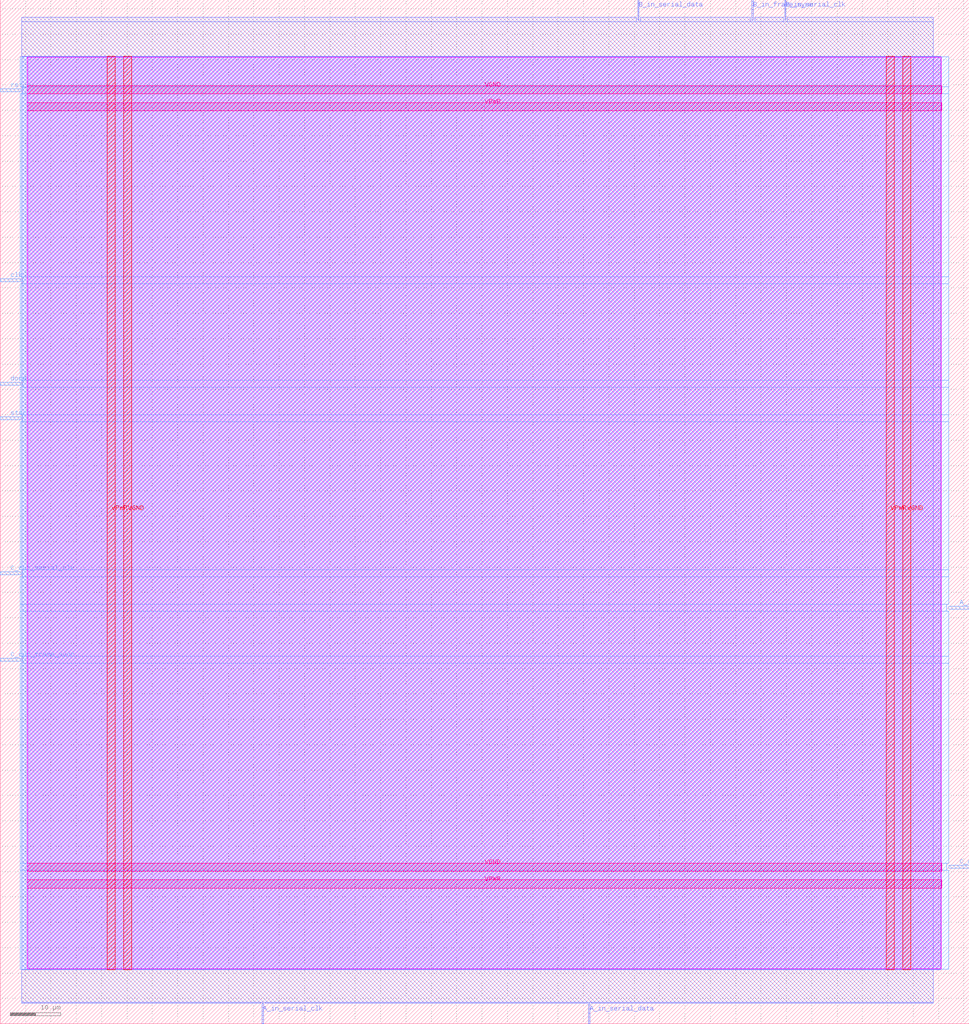
<source format=lef>
VERSION 5.7 ;
  NOWIREEXTENSIONATPIN ON ;
  DIVIDERCHAR "/" ;
  BUSBITCHARS "[]" ;
MACRO Systolic4x4_serial_io
  CLASS BLOCK ;
  FOREIGN Systolic4x4_serial_io ;
  ORIGIN 0.000 0.000 ;
  SIZE 191.040 BY 201.760 ;
  PIN A_in_frame_sync
    DIRECTION INPUT ;
    USE SIGNAL ;
    ANTENNAGATEAREA 0.213000 ;
    PORT
      LAYER met3 ;
        RECT 187.040 81.640 191.040 82.240 ;
    END
  END A_in_frame_sync
  PIN A_in_serial_clk
    DIRECTION INPUT ;
    USE SIGNAL ;
    ANTENNAGATEAREA 0.852000 ;
    PORT
      LAYER met2 ;
        RECT 51.610 0.000 51.890 4.000 ;
    END
  END A_in_serial_clk
  PIN A_in_serial_data
    DIRECTION INPUT ;
    USE SIGNAL ;
    ANTENNAGATEAREA 0.196500 ;
    PORT
      LAYER met2 ;
        RECT 116.010 0.000 116.290 4.000 ;
    END
  END A_in_serial_data
  PIN B_in_frame_sync
    DIRECTION INPUT ;
    USE SIGNAL ;
    ANTENNAGATEAREA 0.126000 ;
    PORT
      LAYER met2 ;
        RECT 148.210 197.760 148.490 201.760 ;
    END
  END B_in_frame_sync
  PIN B_in_serial_clk
    DIRECTION INPUT ;
    USE SIGNAL ;
    ANTENNAGATEAREA 0.852000 ;
    PORT
      LAYER met2 ;
        RECT 154.650 197.760 154.930 201.760 ;
    END
  END B_in_serial_clk
  PIN B_in_serial_data
    DIRECTION INPUT ;
    USE SIGNAL ;
    ANTENNAGATEAREA 0.196500 ;
    PORT
      LAYER met2 ;
        RECT 125.670 197.760 125.950 201.760 ;
    END
  END B_in_serial_data
  PIN C_out_frame_sync
    DIRECTION OUTPUT ;
    USE SIGNAL ;
    ANTENNADIFFAREA 0.340600 ;
    PORT
      LAYER met3 ;
        RECT 0.000 71.440 4.000 72.040 ;
    END
  END C_out_frame_sync
  PIN C_out_serial_clk
    DIRECTION OUTPUT ;
    USE SIGNAL ;
    ANTENNADIFFAREA 0.340600 ;
    PORT
      LAYER met3 ;
        RECT 0.000 88.440 4.000 89.040 ;
    END
  END C_out_serial_clk
  PIN C_out_serial_data
    DIRECTION OUTPUT ;
    USE SIGNAL ;
    PORT
      LAYER met3 ;
        RECT 187.040 30.640 191.040 31.240 ;
    END
  END C_out_serial_data
  PIN VGND
    DIRECTION INOUT ;
    USE GROUND ;
    PORT
      LAYER met4 ;
        RECT 24.340 10.640 25.940 190.640 ;
    END
    PORT
      LAYER met4 ;
        RECT 177.940 10.640 179.540 190.640 ;
    END
    PORT
      LAYER met5 ;
        RECT 5.280 30.030 185.620 31.630 ;
    END
    PORT
      LAYER met5 ;
        RECT 5.280 183.210 185.620 184.810 ;
    END
  END VGND
  PIN VPWR
    DIRECTION INOUT ;
    USE POWER ;
    PORT
      LAYER met4 ;
        RECT 21.040 10.640 22.640 190.640 ;
    END
    PORT
      LAYER met4 ;
        RECT 174.640 10.640 176.240 190.640 ;
    END
    PORT
      LAYER met5 ;
        RECT 5.280 26.730 185.620 28.330 ;
    END
    PORT
      LAYER met5 ;
        RECT 5.280 179.910 185.620 181.510 ;
    END
  END VPWR
  PIN clk
    DIRECTION INPUT ;
    USE SIGNAL ;
    ANTENNAGATEAREA 0.852000 ;
    PORT
      LAYER met3 ;
        RECT 0.000 146.240 4.000 146.840 ;
    END
  END clk
  PIN done
    DIRECTION OUTPUT ;
    USE SIGNAL ;
    ANTENNADIFFAREA 0.340600 ;
    PORT
      LAYER met3 ;
        RECT 0.000 125.840 4.000 126.440 ;
    END
  END done
  PIN rst_n
    DIRECTION INPUT ;
    USE SIGNAL ;
    ANTENNAGATEAREA 0.990000 ;
    PORT
      LAYER met3 ;
        RECT 0.000 183.640 4.000 184.240 ;
    END
  END rst_n
  PIN start
    DIRECTION INPUT ;
    USE SIGNAL ;
    ANTENNAGATEAREA 0.126000 ;
    PORT
      LAYER met3 ;
        RECT 0.000 119.040 4.000 119.640 ;
    END
  END start
  OBS
      LAYER nwell ;
        RECT 5.330 10.795 185.570 190.485 ;
      LAYER li1 ;
        RECT 5.520 10.795 185.380 190.485 ;
      LAYER met1 ;
        RECT 4.210 10.640 185.380 190.640 ;
      LAYER met2 ;
        RECT 4.230 197.480 125.390 198.290 ;
        RECT 126.230 197.480 147.930 198.290 ;
        RECT 148.770 197.480 154.370 198.290 ;
        RECT 155.210 197.480 183.910 198.290 ;
        RECT 4.230 4.280 183.910 197.480 ;
        RECT 4.230 4.000 51.330 4.280 ;
        RECT 52.170 4.000 115.730 4.280 ;
        RECT 116.570 4.000 183.910 4.280 ;
      LAYER met3 ;
        RECT 3.990 184.640 187.040 190.565 ;
        RECT 4.400 183.240 187.040 184.640 ;
        RECT 3.990 147.240 187.040 183.240 ;
        RECT 4.400 145.840 187.040 147.240 ;
        RECT 3.990 126.840 187.040 145.840 ;
        RECT 4.400 125.440 187.040 126.840 ;
        RECT 3.990 120.040 187.040 125.440 ;
        RECT 4.400 118.640 187.040 120.040 ;
        RECT 3.990 89.440 187.040 118.640 ;
        RECT 4.400 88.040 187.040 89.440 ;
        RECT 3.990 82.640 187.040 88.040 ;
        RECT 3.990 81.240 186.640 82.640 ;
        RECT 3.990 72.440 187.040 81.240 ;
        RECT 4.400 71.040 187.040 72.440 ;
        RECT 3.990 31.640 187.040 71.040 ;
        RECT 3.990 30.240 186.640 31.640 ;
        RECT 3.990 10.715 187.040 30.240 ;
  END
END Systolic4x4_serial_io
END LIBRARY


</source>
